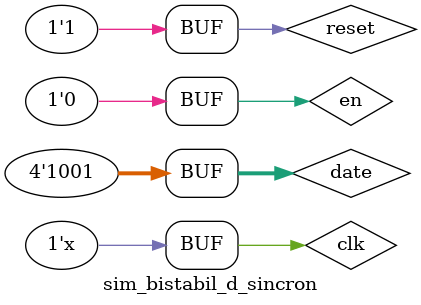
<source format=v>
`timescale 1ns / 1ps


module sim_bistabil_d_sincron();

    reg [3:0]date;
    reg clk, reset, en;
    wire [3:0]qout;
    
    bistabil_d instanta(date, clk, reset, en, qout);
    
    initial begin
        #0 clk=0; reset=0;
        #20 reset=1; date=3;
        #20 reset=0; date=3;
        #20 reset=0; date=5; en=1;
        #20 reset=0; date=7; en=1;
        #20 reset=0; date=9; en=1;
        #20 reset=1; date=9; en = 0;
    end
    
    always #20 clk = ~clk;
    
endmodule

</source>
